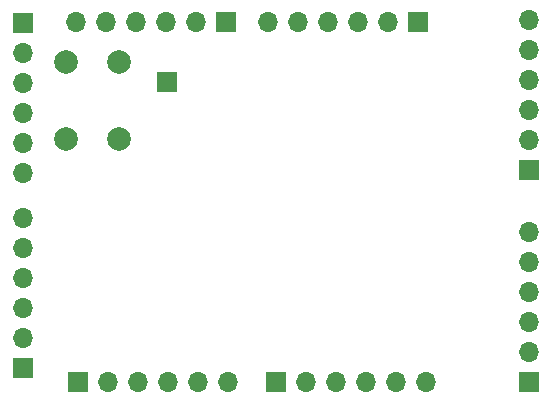
<source format=gbr>
G04 #@! TF.GenerationSoftware,KiCad,Pcbnew,(5.1.5)-3*
G04 #@! TF.CreationDate,2020-05-01T16:20:29+02:00*
G04 #@! TF.ProjectId,Arduino_Uno_R3_From_Scratch,41726475-696e-46f5-9f55-6e6f5f52335f,rev?*
G04 #@! TF.SameCoordinates,Original*
G04 #@! TF.FileFunction,Soldermask,Bot*
G04 #@! TF.FilePolarity,Negative*
%FSLAX46Y46*%
G04 Gerber Fmt 4.6, Leading zero omitted, Abs format (unit mm)*
G04 Created by KiCad (PCBNEW (5.1.5)-3) date 2020-05-01 16:20:29*
%MOMM*%
%LPD*%
G04 APERTURE LIST*
%ADD10C,2.000000*%
%ADD11R,1.700000X1.700000*%
%ADD12O,1.700000X1.700000*%
G04 APERTURE END LIST*
D10*
X185900000Y-105400000D03*
X181400000Y-105400000D03*
X185900000Y-98900000D03*
X181400000Y-98900000D03*
D11*
X190000000Y-100600000D03*
X195000000Y-95500000D03*
D12*
X192460000Y-95500000D03*
X189920000Y-95500000D03*
X187380000Y-95500000D03*
X184840000Y-95500000D03*
X182300000Y-95500000D03*
D11*
X177800000Y-124800000D03*
D12*
X177800000Y-122260000D03*
X177800000Y-119720000D03*
X177800000Y-117180000D03*
X177800000Y-114640000D03*
X177800000Y-112100000D03*
X220600000Y-95300000D03*
X220600000Y-97840000D03*
X220600000Y-100380000D03*
X220600000Y-102920000D03*
X220600000Y-105460000D03*
D11*
X220600000Y-108000000D03*
X220600000Y-126000000D03*
D12*
X220600000Y-123460000D03*
X220600000Y-120920000D03*
X220600000Y-118380000D03*
X220600000Y-115840000D03*
X220600000Y-113300000D03*
X211900000Y-126000000D03*
X209360000Y-126000000D03*
X206820000Y-126000000D03*
X204280000Y-126000000D03*
X201740000Y-126000000D03*
D11*
X199200000Y-126000000D03*
X182400000Y-126000000D03*
D12*
X184940000Y-126000000D03*
X187480000Y-126000000D03*
X190020000Y-126000000D03*
X192560000Y-126000000D03*
X195100000Y-126000000D03*
X198550000Y-95500000D03*
X201090000Y-95500000D03*
X203630000Y-95500000D03*
X206170000Y-95500000D03*
X208710000Y-95500000D03*
D11*
X211250000Y-95500000D03*
X177800000Y-95600000D03*
D12*
X177800000Y-98140000D03*
X177800000Y-100680000D03*
X177800000Y-103220000D03*
X177800000Y-105760000D03*
X177800000Y-108300000D03*
M02*

</source>
